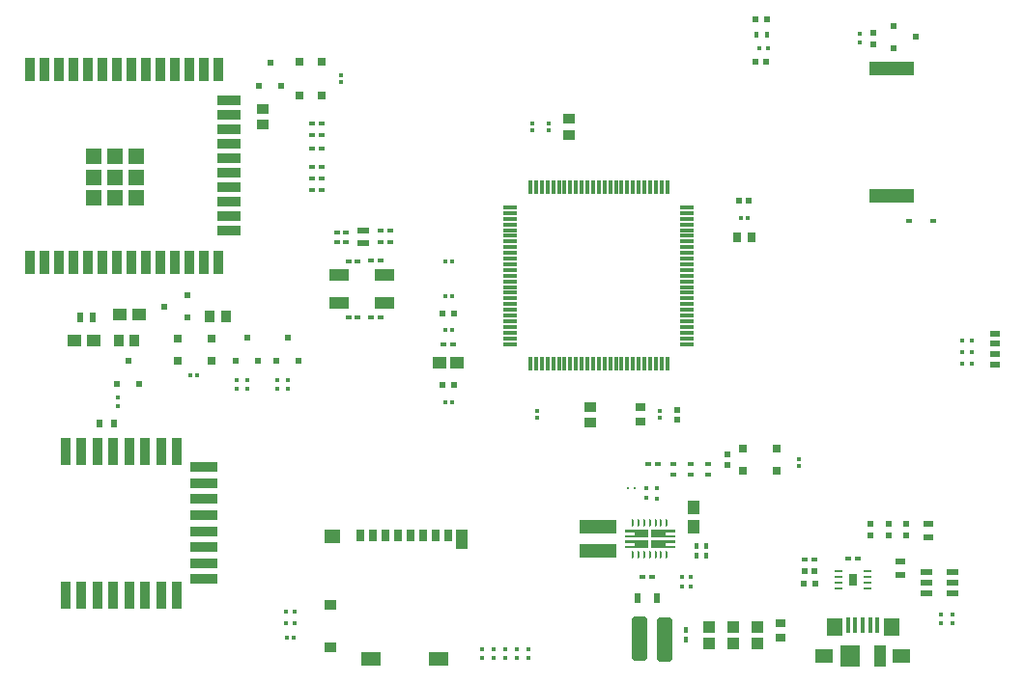
<source format=gtp>
G04*
G04 #@! TF.GenerationSoftware,Altium Limited,Altium Designer,21.1.1 (26)*
G04*
G04 Layer_Color=8421504*
%FSLAX44Y44*%
%MOMM*%
G71*
G04*
G04 #@! TF.SameCoordinates,E069ABF9-E8C7-48A9-8C9A-FF8294D84A43*
G04*
G04*
G04 #@! TF.FilePolarity,Positive*
G04*
G01*
G75*
%ADD13R,0.5000X0.6000*%
%ADD14R,0.6000X0.5000*%
%ADD15R,0.6000X0.5000*%
%ADD16R,0.5000X0.6000*%
%ADD17R,1.1000X0.5000*%
%ADD18R,3.3000X1.2000*%
%ADD19R,1.0000X0.9000*%
%ADD20R,0.6000X0.7500*%
%ADD21R,0.5500X0.5000*%
%ADD22R,0.5000X0.4500*%
%ADD23R,0.4500X0.4500*%
%ADD24R,0.6000X0.5500*%
%ADD25R,0.5500X0.5500*%
%ADD26R,0.4000X0.4500*%
%ADD27R,0.3500X0.4000*%
%ADD28R,0.3500X0.3500*%
%ADD29R,0.2500X0.2500*%
%ADD30R,0.7500X1.0000*%
%ADD31R,1.1000X0.9000*%
%ADD32R,0.6500X1.0000*%
%ADD33R,1.8000X1.2500*%
%ADD34R,1.4500X1.2500*%
%ADD35R,1.0700X1.7000*%
%ADD36R,0.5900X0.4500*%
%ADD37R,4.0000X1.2000*%
%ADD38R,0.8500X0.6000*%
%ADD39R,1.2000X0.3000*%
%ADD40R,0.3000X1.2000*%
%ADD41R,0.7000X0.6500*%
%ADD42R,1.0062X1.1051*%
%ADD43R,0.6153X0.5725*%
%ADD44R,0.4556X0.3612*%
%ADD45R,0.4500X0.6000*%
%ADD46R,0.9000X2.0000*%
%ADD47R,2.0000X0.9000*%
%ADD48R,1.3300X1.3300*%
G04:AMPARAMS|DCode=49|XSize=0.6mm|YSize=0.24mm|CornerRadius=0.12mm|HoleSize=0mm|Usage=FLASHONLY|Rotation=270.000|XOffset=0mm|YOffset=0mm|HoleType=Round|Shape=RoundedRectangle|*
%AMROUNDEDRECTD49*
21,1,0.6000,0.0000,0,0,270.0*
21,1,0.3600,0.2400,0,0,270.0*
1,1,0.2400,0.0000,-0.1800*
1,1,0.2400,0.0000,0.1800*
1,1,0.2400,0.0000,0.1800*
1,1,0.2400,0.0000,-0.1800*
%
%ADD49ROUNDEDRECTD49*%
%ADD50R,0.7581X0.8121*%
%ADD51R,0.6250X0.8250*%
%ADD52R,0.5000X0.5000*%
%ADD53R,1.3061X1.0582*%
%ADD54R,1.0000X0.5000*%
%ADD55R,0.4500X1.3800*%
%ADD56R,1.6500X1.3000*%
%ADD57R,1.8000X1.9000*%
%ADD58R,1.4250X1.5500*%
%ADD59R,1.0000X1.9000*%
%ADD60R,0.7636X0.2048*%
%ADD61R,0.6874X1.0938*%
%ADD62R,0.9000X2.3500*%
%ADD63R,2.3500X0.9000*%
%ADD64R,1.1500X1.0000*%
%ADD65R,0.5500X0.9500*%
%ADD66R,0.4800X0.4400*%
G04:AMPARAMS|DCode=67|XSize=1.424mm|YSize=3.9mm|CornerRadius=0.331mm|HoleSize=0mm|Usage=FLASHONLY|Rotation=0.000|XOffset=0mm|YOffset=0mm|HoleType=Round|Shape=RoundedRectangle|*
%AMROUNDEDRECTD67*
21,1,1.4240,3.2380,0,0,0.0*
21,1,0.7620,3.9000,0,0,0.0*
1,1,0.6620,0.3810,-1.6190*
1,1,0.6620,-0.3810,-1.6190*
1,1,0.6620,-0.3810,1.6190*
1,1,0.6620,0.3810,1.6190*
%
%ADD67ROUNDEDRECTD67*%
%ADD68R,1.7000X1.1000*%
%ADD69R,1.0000X1.1500*%
%ADD70R,0.6000X0.4500*%
%ADD71R,0.8250X0.6250*%
%ADD72R,0.8121X0.7581*%
%ADD73R,0.3612X0.4556*%
%ADD74R,0.5725X0.6153*%
%ADD75R,0.4500X0.5000*%
%ADD76R,0.5500X0.5500*%
%ADD77R,0.4000X0.3500*%
%ADD78R,0.3500X0.3500*%
%ADD79R,0.5500X0.6000*%
%ADD80R,0.9000X1.0000*%
%ADD81R,0.6500X0.7000*%
G36*
X699360Y192760D02*
Y194760D01*
X707860D01*
Y197360D01*
X699360D01*
Y199360D01*
X720360D01*
Y192760D01*
X699360D01*
D01*
D02*
G37*
G36*
Y201960D02*
Y203960D01*
X707860D01*
Y206560D01*
X699360D01*
Y208560D01*
X720360D01*
Y201960D01*
X699360D01*
D01*
D02*
G37*
G36*
X743360Y199360D02*
Y197360D01*
X734860D01*
Y194760D01*
X743360D01*
Y192760D01*
X722360D01*
Y199360D01*
X743360D01*
D01*
D02*
G37*
G36*
Y208560D02*
Y206560D01*
X734860D01*
Y203960D01*
X743360D01*
Y201960D01*
X722360D01*
Y208560D01*
X743360D01*
D01*
D02*
G37*
D13*
X254670Y336710D02*
D03*
X273669D02*
D03*
X264170Y356710D02*
D03*
X358753Y357030D02*
D03*
X377753D02*
D03*
X368253Y377030D02*
D03*
D14*
X934877Y650828D02*
D03*
Y631828D02*
D03*
X954877Y641328D02*
D03*
X316070Y414408D02*
D03*
X296070Y404908D02*
D03*
D15*
X316070Y395408D02*
D03*
D16*
X388626Y618330D02*
D03*
X398126Y598330D02*
D03*
X379127D02*
D03*
X394378Y357029D02*
D03*
X413378D02*
D03*
X403878Y377029D02*
D03*
D17*
X986860Y153060D02*
D03*
Y172060D02*
D03*
X963860D02*
D03*
Y162560D02*
D03*
Y153060D02*
D03*
X986860Y162560D02*
D03*
D18*
X675640Y211500D02*
D03*
Y190500D02*
D03*
D19*
X669290Y316880D02*
D03*
Y302880D02*
D03*
X382270Y564500D02*
D03*
Y578500D02*
D03*
X650664Y555610D02*
D03*
Y569610D02*
D03*
D20*
X238860Y302260D02*
D03*
X251360D02*
D03*
D21*
X856810Y172878D02*
D03*
X865310D02*
D03*
D22*
X714570Y167640D02*
D03*
X723070D02*
D03*
X903855Y183899D02*
D03*
X895355D02*
D03*
X856810Y182880D02*
D03*
X865310D02*
D03*
X433510Y564992D02*
D03*
X425010D02*
D03*
X433510Y554990D02*
D03*
X425010D02*
D03*
X433510Y543560D02*
D03*
X425010D02*
D03*
X433510Y527050D02*
D03*
X425010D02*
D03*
X433510Y516890D02*
D03*
X425010D02*
D03*
X433510Y506730D02*
D03*
X425010D02*
D03*
X719650Y266700D02*
D03*
X728150D02*
D03*
X485403Y471170D02*
D03*
X493903D02*
D03*
X485403Y461010D02*
D03*
X493903D02*
D03*
X549080Y371787D02*
D03*
X540580D02*
D03*
X477080Y444745D02*
D03*
X485580D02*
D03*
X477080Y394970D02*
D03*
X485580D02*
D03*
D23*
X727710Y236307D02*
D03*
Y245308D02*
D03*
D24*
X823650Y619760D02*
D03*
X814150D02*
D03*
D25*
X916940Y645080D02*
D03*
Y635080D02*
D03*
X946095Y213635D02*
D03*
Y203635D02*
D03*
X930470Y213635D02*
D03*
Y203635D02*
D03*
X914845Y213635D02*
D03*
Y203635D02*
D03*
D26*
X986790Y127120D02*
D03*
Y134620D02*
D03*
X976630D02*
D03*
Y127120D02*
D03*
D27*
X255270Y317560D02*
D03*
Y325060D02*
D03*
X905510Y636330D02*
D03*
Y643830D02*
D03*
X368300Y340300D02*
D03*
Y332800D02*
D03*
X359297Y332860D02*
D03*
Y340360D02*
D03*
X403860Y340300D02*
D03*
Y332800D02*
D03*
X394857D02*
D03*
Y340300D02*
D03*
D28*
X614680Y96330D02*
D03*
Y104330D02*
D03*
X718207Y237300D02*
D03*
Y245300D02*
D03*
X574040Y96330D02*
D03*
Y104330D02*
D03*
X584200Y96330D02*
D03*
Y104330D02*
D03*
X594360Y96330D02*
D03*
Y104330D02*
D03*
X604520Y96330D02*
D03*
Y104330D02*
D03*
D29*
X701850Y245110D02*
D03*
X707850D02*
D03*
D30*
X500985Y203985D02*
D03*
X478985D02*
D03*
X467985D02*
D03*
X533985D02*
D03*
X489985D02*
D03*
X511985D02*
D03*
X522985D02*
D03*
D31*
X441635Y142485D02*
D03*
Y105485D02*
D03*
D32*
X544485Y203985D02*
D03*
D33*
X536335Y95735D02*
D03*
X476635D02*
D03*
D34*
X443385Y202735D02*
D03*
D35*
X556585Y200485D02*
D03*
D36*
X948300Y480060D02*
D03*
X969400D02*
D03*
D37*
X933450Y501530D02*
D03*
Y613530D02*
D03*
D38*
X1023620Y372110D02*
D03*
Y363110D02*
D03*
Y354110D02*
D03*
Y381110D02*
D03*
D39*
X754173Y466800D02*
D03*
Y471800D02*
D03*
X599173Y371800D02*
D03*
X754173Y391800D02*
D03*
Y396800D02*
D03*
X599173Y491800D02*
D03*
Y486800D02*
D03*
Y481800D02*
D03*
Y476800D02*
D03*
Y471800D02*
D03*
Y466800D02*
D03*
Y461800D02*
D03*
Y456800D02*
D03*
Y451800D02*
D03*
Y441800D02*
D03*
Y436800D02*
D03*
Y431800D02*
D03*
Y426800D02*
D03*
Y421800D02*
D03*
Y416800D02*
D03*
Y411800D02*
D03*
Y406800D02*
D03*
Y401800D02*
D03*
Y391800D02*
D03*
Y386800D02*
D03*
Y381800D02*
D03*
Y376800D02*
D03*
X754173Y371800D02*
D03*
Y376800D02*
D03*
Y381800D02*
D03*
Y386800D02*
D03*
Y401800D02*
D03*
Y406800D02*
D03*
Y411800D02*
D03*
Y416800D02*
D03*
Y421800D02*
D03*
Y426800D02*
D03*
Y431800D02*
D03*
Y436800D02*
D03*
X754173Y441800D02*
D03*
X754173Y446800D02*
D03*
Y451800D02*
D03*
Y456800D02*
D03*
X754173Y461800D02*
D03*
X754173Y476800D02*
D03*
Y481800D02*
D03*
Y491800D02*
D03*
X599173Y396800D02*
D03*
Y446800D02*
D03*
X754173Y486800D02*
D03*
D40*
X616673Y354300D02*
D03*
X646673Y509300D02*
D03*
X656673D02*
D03*
X651673D02*
D03*
X671673Y354300D02*
D03*
X626673D02*
D03*
X631673D02*
D03*
X636673D02*
D03*
X641673D02*
D03*
X646673D02*
D03*
X651673D02*
D03*
X656673D02*
D03*
X661673D02*
D03*
X666673D02*
D03*
X676673D02*
D03*
X681673D02*
D03*
X686673D02*
D03*
X691673D02*
D03*
X696673D02*
D03*
X701673D02*
D03*
X706673D02*
D03*
X711673D02*
D03*
X716673D02*
D03*
X721673D02*
D03*
X726673D02*
D03*
X736673D02*
D03*
Y509300D02*
D03*
X731673D02*
D03*
X726673D02*
D03*
X721673D02*
D03*
X716673D02*
D03*
X711673D02*
D03*
X706673D02*
D03*
X701673D02*
D03*
X696673D02*
D03*
X691673D02*
D03*
X686673D02*
D03*
X681673D02*
D03*
X676673D02*
D03*
X671673D02*
D03*
X666673D02*
D03*
X661673D02*
D03*
X641673D02*
D03*
X636673D02*
D03*
X631673D02*
D03*
X626673D02*
D03*
X616673D02*
D03*
X621673Y354300D02*
D03*
Y509300D02*
D03*
X731673Y354300D02*
D03*
D41*
X433680Y589770D02*
D03*
X414680Y619270D02*
D03*
X433680D02*
D03*
X414680Y589770D02*
D03*
D42*
X773430Y123190D02*
D03*
Y109178D02*
D03*
X815242Y123190D02*
D03*
Y109178D02*
D03*
X794336Y123190D02*
D03*
Y109178D02*
D03*
D43*
X799624Y497840D02*
D03*
X808195D02*
D03*
D44*
X547858Y383846D02*
D03*
X541802D02*
D03*
X409428Y114300D02*
D03*
X403372D02*
D03*
X318282Y344170D02*
D03*
X324338D02*
D03*
X547858Y444500D02*
D03*
X541802D02*
D03*
X547858Y414020D02*
D03*
X541802D02*
D03*
X800882Y482600D02*
D03*
X806938D02*
D03*
X547858Y320585D02*
D03*
X541802D02*
D03*
D45*
X814400Y643193D02*
D03*
X823900D02*
D03*
D46*
X190430Y443160D02*
D03*
X203130D02*
D03*
X215830D02*
D03*
X228530D02*
D03*
X241230D02*
D03*
X253930D02*
D03*
X266630D02*
D03*
X279330D02*
D03*
X292030D02*
D03*
X304730D02*
D03*
X317430D02*
D03*
X330130D02*
D03*
X342830D02*
D03*
Y613160D02*
D03*
X330130D02*
D03*
X317430D02*
D03*
X304730D02*
D03*
X292030D02*
D03*
X279330D02*
D03*
X266630D02*
D03*
X253930D02*
D03*
X241230D02*
D03*
X228530D02*
D03*
X215830D02*
D03*
X203130D02*
D03*
X190430D02*
D03*
X177730Y443160D02*
D03*
Y613160D02*
D03*
D47*
X352830Y483710D02*
D03*
Y496410D02*
D03*
Y509110D02*
D03*
Y521810D02*
D03*
Y534510D02*
D03*
Y547210D02*
D03*
Y559910D02*
D03*
Y572610D02*
D03*
Y585310D02*
D03*
Y471010D02*
D03*
D48*
X234380Y499810D02*
D03*
Y518160D02*
D03*
X252730Y499810D02*
D03*
Y518160D02*
D03*
X271080Y499810D02*
D03*
X252730Y536510D02*
D03*
X234380D02*
D03*
X271080D02*
D03*
Y518160D02*
D03*
D49*
X726360Y214660D02*
D03*
X736360D02*
D03*
X726360Y186660D02*
D03*
X711360Y214660D02*
D03*
X706360D02*
D03*
Y186660D02*
D03*
X711360D02*
D03*
X731360D02*
D03*
X736360D02*
D03*
X716360D02*
D03*
X721360D02*
D03*
Y214660D02*
D03*
X716360D02*
D03*
X731360D02*
D03*
D50*
X797640Y465791D02*
D03*
X810180D02*
D03*
D51*
X233470Y394902D02*
D03*
X221970D02*
D03*
D52*
X549830Y398904D02*
D03*
X539830D02*
D03*
X549830Y335643D02*
D03*
X539830D02*
D03*
D53*
X537069Y355243D02*
D03*
X552591D02*
D03*
D54*
X469900Y471590D02*
D03*
Y460590D02*
D03*
D55*
X895050Y124700D02*
D03*
X908050D02*
D03*
X901550D02*
D03*
X914550D02*
D03*
X921050D02*
D03*
D56*
X874300Y98100D02*
D03*
X941800D02*
D03*
D57*
X896550D02*
D03*
D58*
X883175Y123850D02*
D03*
X932925D02*
D03*
D59*
X923550Y98100D02*
D03*
D60*
X912305Y157228D02*
D03*
X886905Y162309D02*
D03*
X912305D02*
D03*
X886905Y167388D02*
D03*
X912305Y172468D02*
D03*
Y167388D02*
D03*
X886905Y157228D02*
D03*
Y172468D02*
D03*
D61*
X899605Y164848D02*
D03*
D62*
X293170Y151680D02*
D03*
X279170D02*
D03*
X265170D02*
D03*
X223170D02*
D03*
X237170D02*
D03*
X293170Y277580D02*
D03*
X279170D02*
D03*
X237170D02*
D03*
X307170D02*
D03*
X265170D02*
D03*
X209170Y151680D02*
D03*
X251170D02*
D03*
Y277580D02*
D03*
X223170D02*
D03*
X307170Y151680D02*
D03*
X209170Y277580D02*
D03*
D63*
X330120Y249630D02*
D03*
Y235630D02*
D03*
Y193630D02*
D03*
Y179630D02*
D03*
Y165630D02*
D03*
Y207630D02*
D03*
Y221630D02*
D03*
Y263630D02*
D03*
D64*
X273930Y397510D02*
D03*
X256930D02*
D03*
X233888Y374650D02*
D03*
X216888D02*
D03*
D65*
X727320Y148590D02*
D03*
X710320D02*
D03*
D66*
X464910Y394970D02*
D03*
X457110D02*
D03*
X454750Y469900D02*
D03*
X446950D02*
D03*
X454750Y460897D02*
D03*
X446950D02*
D03*
X464910Y444500D02*
D03*
X457110D02*
D03*
D67*
X734060Y112531D02*
D03*
X712470Y113030D02*
D03*
D68*
X488630Y432243D02*
D03*
X448630Y408242D02*
D03*
X488630D02*
D03*
X448630Y432243D02*
D03*
D69*
X759460Y211210D02*
D03*
Y228210D02*
D03*
D70*
X741680Y266700D02*
D03*
Y257200D02*
D03*
X756920Y266700D02*
D03*
Y257200D02*
D03*
X772160Y266700D02*
D03*
Y257200D02*
D03*
D71*
X965200Y214030D02*
D03*
Y202530D02*
D03*
X941070Y169510D02*
D03*
Y181010D02*
D03*
D72*
X835618Y126424D02*
D03*
Y113884D02*
D03*
X713441Y316150D02*
D03*
Y303610D02*
D03*
D73*
X852170Y270998D02*
D03*
Y264942D02*
D03*
X450850Y607548D02*
D03*
Y601492D02*
D03*
X622300Y312908D02*
D03*
Y306852D02*
D03*
X730250Y312908D02*
D03*
Y306852D02*
D03*
X632605Y559582D02*
D03*
Y565638D02*
D03*
X618490Y559582D02*
D03*
Y565638D02*
D03*
D74*
X745490Y314165D02*
D03*
Y305595D02*
D03*
D75*
X770890Y194750D02*
D03*
Y186250D02*
D03*
X762001D02*
D03*
Y194750D02*
D03*
X753110Y121090D02*
D03*
Y112590D02*
D03*
D76*
X866060Y161875D02*
D03*
X856060D02*
D03*
X814150Y656695D02*
D03*
X824150D02*
D03*
D77*
X749420Y158637D02*
D03*
X756920D02*
D03*
Y167640D02*
D03*
X749420D02*
D03*
X824650Y631190D02*
D03*
X817150D02*
D03*
X410150Y137160D02*
D03*
X402650D02*
D03*
Y127000D02*
D03*
X410150D02*
D03*
D78*
X995490Y354330D02*
D03*
X1003490D02*
D03*
X995490Y364490D02*
D03*
X1003490D02*
D03*
X995490Y374650D02*
D03*
X1003490D02*
D03*
D79*
X789569Y265760D02*
D03*
Y275260D02*
D03*
D80*
X269890Y374650D02*
D03*
X255890D02*
D03*
X335900Y396240D02*
D03*
X349900D02*
D03*
D81*
X832630Y280010D02*
D03*
X803130D02*
D03*
Y261010D02*
D03*
X832630D02*
D03*
X337330Y376530D02*
D03*
X307830Y357530D02*
D03*
Y376530D02*
D03*
X337330Y357530D02*
D03*
M02*

</source>
